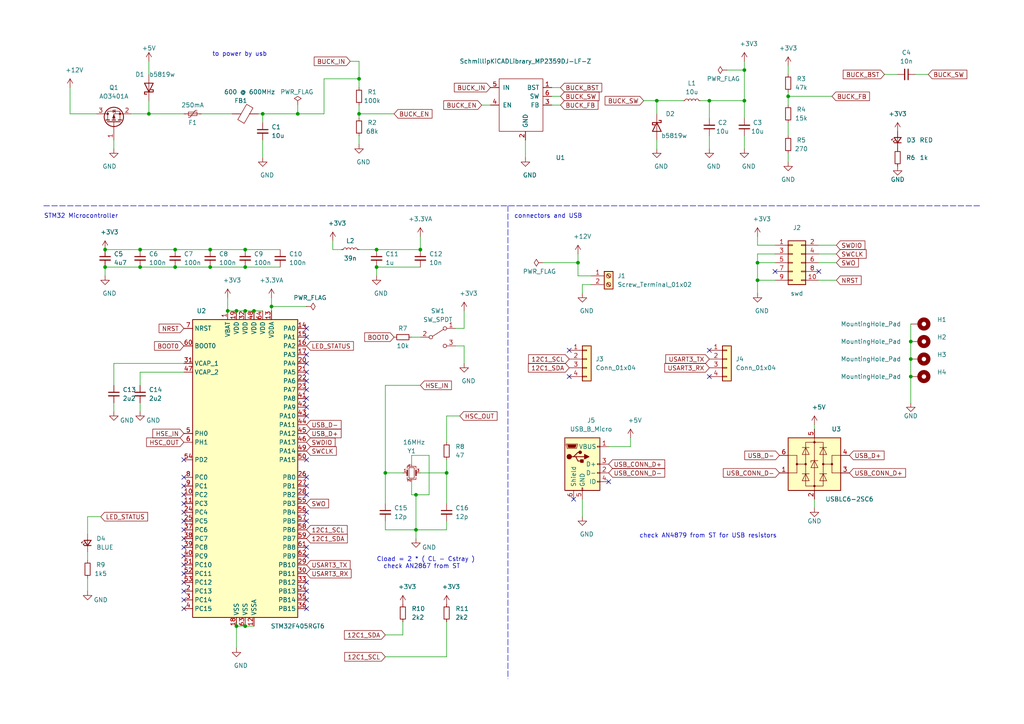
<source format=kicad_sch>
(kicad_sch (version 20201015) (generator eeschema)
  (paper "A4")
  (title_block (title "STM32 Test Board ") (date "2020-12-08") (rev "v2.0") (company "nanosoft"))
  (lib_symbols
    (symbol "Connector:Screw_Terminal_01x02" (pin_names (offset 1.016) hide)
      (property "Reference" "J" (at 0 2.54 0))
      (property "Value" "Screw_Terminal_01x02" (at 0 -5.08 0))
      (symbol "Screw_Terminal_01x02_1_1"
        (pin passive line (at -5.08 0 0) (length 3.81) (name "Pin_1") (number "1"))
        (pin passive line (at -5.08 -2.54 0) (length 3.81) (name "Pin_2") (number "2"))
      )
    )
    (symbol "Connector:USB_B_Micro" (pin_names (offset 1.016))
      (property "Reference" "J" (at -5.08 11.43 0))
      (property "Value" "USB_B_Micro" (at -5.08 8.89 0))
      (symbol "USB_B_Micro_1_1"
        (pin power_out line (at 7.62 5.08 180) (length 2.54) (name "VBUS") (number "1"))
        (pin bidirectional line (at 7.62 -2.54 180) (length 2.54) (name "D-") (number "2"))
        (pin bidirectional line (at 7.62 0 180) (length 2.54) (name "D+") (number "3"))
        (pin passive line (at 7.62 -5.08 180) (length 2.54) (name "ID") (number "4"))
        (pin power_out line (at 0 -10.16 90) (length 2.54) (name "GND") (number "5"))
        (pin passive line (at -2.54 -10.16 90) (length 2.54) (name "Shield") (number "6"))
      )
    )
    (symbol "Connector_Generic:Conn_01x04" (pin_names (offset 1.016) hide)
      (property "Reference" "J" (at 0 5.08 0))
      (property "Value" "Conn_01x04" (at 0 -7.62 0))
      (symbol "Conn_01x04_1_1"
        (pin passive line (at -5.08 2.54 0) (length 3.81) (name "Pin_1") (number "1"))
        (pin passive line (at -5.08 0 0) (length 3.81) (name "Pin_2") (number "2"))
        (pin passive line (at -5.08 -2.54 0) (length 3.81) (name "Pin_3") (number "3"))
        (pin passive line (at -5.08 -5.08 0) (length 3.81) (name "Pin_4") (number "4"))
      )
    )
    (symbol "Connector_Generic:Conn_02x05_Odd_Even" (pin_names (offset 1.016) hide)
      (property "Reference" "J" (at 1.27 7.62 0))
      (property "Value" "Conn_02x05_Odd_Even" (at 1.27 -7.62 0))
      (symbol "Conn_02x05_Odd_Even_1_1"
        (pin passive line (at -5.08 5.08 0) (length 3.81) (name "Pin_1") (number "1"))
        (pin passive line (at 7.62 -5.08 180) (length 3.81) (name "Pin_10") (number "10"))
        (pin passive line (at 7.62 5.08 180) (length 3.81) (name "Pin_2") (number "2"))
        (pin passive line (at -5.08 2.54 0) (length 3.81) (name "Pin_3") (number "3"))
        (pin passive line (at 7.62 2.54 180) (length 3.81) (name "Pin_4") (number "4"))
        (pin passive line (at -5.08 0 0) (length 3.81) (name "Pin_5") (number "5"))
        (pin passive line (at 7.62 0 180) (length 3.81) (name "Pin_6") (number "6"))
        (pin passive line (at -5.08 -2.54 0) (length 3.81) (name "Pin_7") (number "7"))
        (pin passive line (at 7.62 -2.54 180) (length 3.81) (name "Pin_8") (number "8"))
        (pin passive line (at -5.08 -5.08 0) (length 3.81) (name "Pin_9") (number "9"))
      )
    )
    (symbol "Device:C_Small" (pin_numbers hide) (pin_names (offset 0.254) hide)
      (property "Reference" "C" (at 0.254 1.778 0))
      (property "Value" "C_Small" (at 0.254 -2.032 0))
      (symbol "C_Small_1_1"
        (pin passive line (at 0 2.54 270) (length 2.032) (name "~") (number "1"))
        (pin passive line (at 0 -2.54 90) (length 2.032) (name "~") (number "2"))
      )
    )
    (symbol "Device:Crystal_GND24_Small" (pin_names (offset 1.016) hide)
      (property "Reference" "Y" (at 1.27 4.445 0))
      (property "Value" "Crystal_GND24_Small" (at 1.27 2.54 0))
      (symbol "Crystal_GND24_Small_1_1"
        (pin passive line (at -2.54 0 0) (length 1.27) (name "1") (number "1"))
        (pin passive line (at 0 -2.54 90) (length 0.635) (name "2") (number "2"))
        (pin passive line (at 2.54 0 180) (length 1.27) (name "3") (number "3"))
        (pin passive line (at 0 2.54 270) (length 0.635) (name "4") (number "4"))
      )
    )
    (symbol "Device:D_Schottky" (pin_numbers hide) (pin_names (offset 1.016) hide)
      (property "Reference" "D" (at 0 2.54 0))
      (property "Value" "D_Schottky" (at 0 -2.54 0))
      (symbol "D_Schottky_1_1"
        (pin passive line (at -3.81 0 0) (length 2.54) (name "K") (number "1"))
        (pin passive line (at 3.81 0 180) (length 2.54) (name "A") (number "2"))
      )
    )
    (symbol "Device:FerriteBead" (pin_numbers hide) (pin_names (offset 0))
      (property "Reference" "FB" (at -3.81 0.635 90))
      (property "Value" "FerriteBead" (at 3.81 0 90))
      (symbol "FerriteBead_1_1"
        (pin passive line (at 0 3.81 270) (length 2.54) (name "~") (number "1"))
        (pin passive line (at 0 -3.81 90) (length 2.54) (name "~") (number "2"))
      )
    )
    (symbol "Device:LED_Small" (pin_numbers hide) (pin_names (offset 0.254) hide)
      (property "Reference" "D" (at -1.27 3.175 0))
      (property "Value" "LED_Small" (at -4.445 -2.54 0))
      (symbol "LED_Small_1_1"
        (pin passive line (at -2.54 0 0) (length 1.778) (name "K") (number "1"))
        (pin passive line (at 2.54 0 180) (length 1.778) (name "A") (number "2"))
      )
    )
    (symbol "Device:L_Small" (pin_numbers hide) (pin_names (offset 0.254) hide)
      (property "Reference" "L" (at 0.762 1.016 0))
      (property "Value" "L_Small" (at 0.762 -1.016 0))
      (symbol "L_Small_1_1"
        (pin passive line (at 0 2.54 270) (length 0.508) (name "~") (number "1"))
        (pin passive line (at 0 -2.54 90) (length 0.508) (name "~") (number "2"))
      )
    )
    (symbol "Device:Polyfuse_Small" (pin_numbers hide) (pin_names (offset 0))
      (property "Reference" "F" (at -1.905 0 90))
      (property "Value" "Polyfuse_Small" (at 1.905 0 90))
      (symbol "Polyfuse_Small_1_1"
        (pin passive line (at 0 2.54 270) (length 0.635) (name "~") (number "1"))
        (pin passive line (at 0 -2.54 90) (length 0.635) (name "~") (number "2"))
      )
    )
    (symbol "Device:R_Small" (pin_numbers hide) (pin_names (offset 0.254) hide)
      (property "Reference" "R" (at 0.762 0.508 0))
      (property "Value" "R_Small" (at 0.762 -1.016 0))
      (symbol "R_Small_1_1"
        (pin passive line (at 0 2.54 270) (length 0.762) (name "~") (number "1"))
        (pin passive line (at 0 -2.54 90) (length 0.762) (name "~") (number "2"))
      )
    )
    (symbol "MCU_ST_STM32F4:STM32F405RGTx"
      (property "Reference" "U" (at -15.24 44.45 0))
      (property "Value" "STM32F405RGTx" (at 10.16 44.45 0))
      (symbol "STM32F405RGTx_1_1"
        (pin input line (at -17.78 35.56 0) (length 2.54) (name "BOOT0") (number "60"))
        (pin input line (at -17.78 40.64 0) (length 2.54) (name "NRST") (number "7"))
        (pin bidirectional line (at 17.78 40.64 180) (length 2.54) (name "PA0") (number "14"))
        (pin bidirectional line (at 17.78 38.1 180) (length 2.54) (name "PA1") (number "15"))
        (pin bidirectional line (at 17.78 15.24 180) (length 2.54) (name "PA10") (number "43"))
        (pin bidirectional line (at 17.78 12.7 180) (length 2.54) (name "PA11") (number "44"))
        (pin bidirectional line (at 17.78 10.16 180) (length 2.54) (name "PA12") (number "45"))
        (pin bidirectional line (at 17.78 7.62 180) (length 2.54) (name "PA13") (number "46"))
        (pin bidirectional line (at 17.78 5.08 180) (length 2.54) (name "PA14") (number "49"))
        (pin bidirectional line (at 17.78 2.54 180) (length 2.54) (name "PA15") (number "50"))
        (pin bidirectional line (at 17.78 35.56 180) (length 2.54) (name "PA2") (number "16"))
        (pin bidirectional line (at 17.78 33.02 180) (length 2.54) (name "PA3") (number "17"))
        (pin bidirectional line (at 17.78 30.48 180) (length 2.54) (name "PA4") (number "20"))
        (pin bidirectional line (at 17.78 27.94 180) (length 2.54) (name "PA5") (number "21"))
        (pin bidirectional line (at 17.78 25.4 180) (length 2.54) (name "PA6") (number "22"))
        (pin bidirectional line (at 17.78 22.86 180) (length 2.54) (name "PA7") (number "23"))
        (pin bidirectional line (at 17.78 20.32 180) (length 2.54) (name "PA8") (number "41"))
        (pin bidirectional line (at 17.78 17.78 180) (length 2.54) (name "PA9") (number "42"))
        (pin bidirectional line (at 17.78 -2.54 180) (length 2.54) (name "PB0") (number "26"))
        (pin bidirectional line (at 17.78 -5.08 180) (length 2.54) (name "PB1") (number "27"))
        (pin bidirectional line (at 17.78 -27.94 180) (length 2.54) (name "PB10") (number "29"))
        (pin bidirectional line (at 17.78 -30.48 180) (length 2.54) (name "PB11") (number "30"))
        (pin bidirectional line (at 17.78 -33.02 180) (length 2.54) (name "PB12") (number "33"))
        (pin bidirectional line (at 17.78 -35.56 180) (length 2.54) (name "PB13") (number "34"))
        (pin bidirectional line (at 17.78 -38.1 180) (length 2.54) (name "PB14") (number "35"))
        (pin bidirectional line (at 17.78 -40.64 180) (length 2.54) (name "PB15") (number "36"))
        (pin bidirectional line (at 17.78 -7.62 180) (length 2.54) (name "PB2") (number "28"))
        (pin bidirectional line (at 17.78 -10.16 180) (length 2.54) (name "PB3") (number "55"))
        (pin bidirectional line (at 17.78 -12.7 180) (length 2.54) (name "PB4") (number "56"))
        (pin bidirectional line (at 17.78 -15.24 180) (length 2.54) (name "PB5") (number "57"))
        (pin bidirectional line (at 17.78 -17.78 180) (length 2.54) (name "PB6") (number "58"))
        (pin bidirectional line (at 17.78 -20.32 180) (length 2.54) (name "PB7") (number "59"))
        (pin bidirectional line (at 17.78 -22.86 180) (length 2.54) (name "PB8") (number "61"))
        (pin bidirectional line (at 17.78 -25.4 180) (length 2.54) (name "PB9") (number "62"))
        (pin bidirectional line (at -17.78 -2.54 0) (length 2.54) (name "PC0") (number "8"))
        (pin bidirectional line (at -17.78 -5.08 0) (length 2.54) (name "PC1") (number "9"))
        (pin bidirectional line (at -17.78 -27.94 0) (length 2.54) (name "PC10") (number "51"))
        (pin bidirectional line (at -17.78 -30.48 0) (length 2.54) (name "PC11") (number "52"))
        (pin bidirectional line (at -17.78 -33.02 0) (length 2.54) (name "PC12") (number "53"))
        (pin bidirectional line (at -17.78 -35.56 0) (length 2.54) (name "PC13") (number "2"))
        (pin bidirectional line (at -17.78 -38.1 0) (length 2.54) (name "PC14") (number "3"))
        (pin bidirectional line (at -17.78 -40.64 0) (length 2.54) (name "PC15") (number "4"))
        (pin bidirectional line (at -17.78 -7.62 0) (length 2.54) (name "PC2") (number "10"))
        (pin bidirectional line (at -17.78 -10.16 0) (length 2.54) (name "PC3") (number "11"))
        (pin bidirectional line (at -17.78 -12.7 0) (length 2.54) (name "PC4") (number "24"))
        (pin bidirectional line (at -17.78 -15.24 0) (length 2.54) (name "PC5") (number "25"))
        (pin bidirectional line (at -17.78 -17.78 0) (length 2.54) (name "PC6") (number "37"))
        (pin bidirectional line (at -17.78 -20.32 0) (length 2.54) (name "PC7") (number "38"))
        (pin bidirectional line (at -17.78 -22.86 0) (length 2.54) (name "PC8") (number "39"))
        (pin bidirectional line (at -17.78 -25.4 0) (length 2.54) (name "PC9") (number "40"))
        (pin bidirectional line (at -17.78 2.54 0) (length 2.54) (name "PD2") (number "54"))
        (pin input line (at -17.78 10.16 0) (length 2.54) (name "PH0") (number "5"))
        (pin input line (at -17.78 7.62 0) (length 2.54) (name "PH1") (number "6"))
        (pin power_in line (at -5.08 45.72 270) (length 2.54) (name "VBAT") (number "1"))
        (pin power_in line (at -17.78 30.48 0) (length 2.54) (name "VCAP_1") (number "31"))
        (pin power_in line (at -17.78 27.94 0) (length 2.54) (name "VCAP_2") (number "47"))
        (pin power_in line (at -2.54 45.72 270) (length 2.54) (name "VDD") (number "19"))
        (pin power_in line (at 0 45.72 270) (length 2.54) (name "VDD") (number "32"))
        (pin power_in line (at 2.54 45.72 270) (length 2.54) (name "VDD") (number "48"))
        (pin power_in line (at 5.08 45.72 270) (length 2.54) (name "VDD") (number "64"))
        (pin power_in line (at 7.62 45.72 270) (length 2.54) (name "VDDA") (number "13"))
        (pin power_in line (at -2.54 -45.72 90) (length 2.54) (name "VSS") (number "18"))
        (pin power_in line (at 0 -45.72 90) (length 2.54) (name "VSS") (number "63"))
        (pin power_in line (at 2.54 -45.72 90) (length 2.54) (name "VSSA") (number "12"))
      )
    )
    (symbol "Mechanical:MountingHole_Pad" (pin_numbers hide) (pin_names (offset 1.016) hide)
      (property "Reference" "H" (at 0 6.35 0))
      (property "Value" "MountingHole_Pad" (at 0 4.445 0))
      (symbol "MountingHole_Pad_1_1"
        (pin input line (at 0 -2.54 90) (length 2.54) (name "1") (number "1"))
      )
    )
    (symbol "Power_Protection:USBLC6-2SC6" (pin_names hide)
      (property "Reference" "U" (at 2.54 8.89 0))
      (property "Value" "USBLC6-2SC6" (at 2.54 -8.89 0))
      (symbol "USBLC6-2SC6_1_1"
        (pin passive line (at -10.16 -2.54 0) (length 2.54) (name "I/O1") (number "1"))
        (pin passive line (at 0 -10.16 90) (length 2.54) (name "GND") (number "2"))
        (pin passive line (at 10.16 -2.54 180) (length 2.54) (name "I/O2") (number "3"))
        (pin passive line (at 10.16 2.54 180) (length 2.54) (name "I/O2") (number "4"))
        (pin passive line (at 0 10.16 270) (length 2.54) (name "VBUS") (number "5"))
        (pin passive line (at -10.16 2.54 0) (length 2.54) (name "I/O1") (number "6"))
      )
    )
    (symbol "STM32F4_REV2-cache:SchmillipKiCADLibrary_MP2359DJ-LF-Z" (pin_names (offset 1.016))
      (property "Reference" "U" (at -10.16 -5.08 0))
      (property "Value" "MP2359DJ-LF-Z" (at -2.54 15.24 0))
      (symbol "SchmillipKiCADLibrary_MP2359DJ-LF-Z_1_1"
        (pin input line (at 5.08 10.16 180) (length 2.54) (name "BST") (number "1"))
        (pin power_in line (at -2.54 -5.08 90) (length 2.54) (name "GND") (number "2"))
        (pin input line (at 5.08 5.08 180) (length 2.54) (name "FB") (number "3"))
        (pin input line (at -12.7 5.08 0) (length 2.54) (name "EN") (number "4"))
        (pin power_in line (at -12.7 10.16 0) (length 2.54) (name "IN") (number "5"))
        (pin power_out line (at 5.08 7.62 180) (length 2.54) (name "SW") (number "6"))
      )
    )
    (symbol "Switch:SW_SPDT" (pin_names (offset 0) hide)
      (property "Reference" "SW" (at 0 4.318 0))
      (property "Value" "SW_SPDT" (at 0 -5.08 0))
      (symbol "SW_SPDT_1_1"
        (pin passive line (at 5.08 2.54 180) (length 2.54) (name "A") (number "1"))
        (pin passive line (at -5.08 0 0) (length 2.54) (name "B") (number "2"))
        (pin passive line (at 5.08 -2.54 180) (length 2.54) (name "C") (number "3"))
      )
    )
    (symbol "Transistor_FET:AO3401A" (pin_names hide)
      (property "Reference" "Q" (at 5.08 1.905 0))
      (property "Value" "AO3401A" (at 5.08 0 0))
      (symbol "AO3401A_1_1"
        (pin input line (at -5.08 0 0) (length 2.54) (name "G") (number "1"))
        (pin passive line (at 2.54 -5.08 90) (length 2.54) (name "S") (number "2"))
        (pin passive line (at 2.54 5.08 270) (length 2.54) (name "D") (number "3"))
      )
    )
    (symbol "power:+12V" (power) (pin_names (offset 0))
      (property "Value" "+12V" (at 0 3.556 0))
      (symbol "+12V_1_1"
        (pin power_in line (at 0 0 90) (length 0) hide (name "+12V") (number "1"))
      )
    )
    (symbol "power:+3.3V" (power) (pin_names (offset 0))
      (property "Value" "+3.3V" (at 0 3.556 0))
      (symbol "+3.3V_1_1"
        (pin power_in line (at 0 0 90) (length 0) hide (name "+3V3") (number "1"))
      )
    )
    (symbol "power:+3.3VA" (power) (pin_names (offset 0))
      (property "Value" "+3.3VA" (at 0 3.556 0))
      (symbol "+3.3VA_1_1"
        (pin power_in line (at 0 0 90) (length 0) hide (name "+3.3VA") (number "1"))
      )
    )
    (symbol "power:+5V" (power) (pin_names (offset 0))
      (property "Value" "+5V" (at 0 3.556 0))
      (symbol "+5V_1_1"
        (pin power_in line (at 0 0 90) (length 0) hide (name "+5V") (number "1"))
      )
    )
    (symbol "power:GND" (power) (pin_names (offset 0))
      (property "Value" "GND" (at 0 -3.81 0))
      (symbol "GND_1_1"
        (pin power_in line (at 0 0 270) (length 0) hide (name "GND") (number "1"))
      )
    )
    (symbol "power:PWR_FLAG" (power) (pin_numbers hide) (pin_names (offset 0) hide)
      (property "Value" "PWR_FLAG" (at 0 3.81 0))
      (symbol "PWR_FLAG_0_0"
        (pin power_out line (at 0 0 90) (length 0) (name "pwr") (number "1"))
      )
    )
  )
  (junction (at 30.48 72.39) (diameter 0.9144))
  (junction (at 30.48 77.47) (diameter 0.9144))
  (junction (at 40.64 72.39) (diameter 0.9144))
  (junction (at 40.64 77.47) (diameter 0.9144))
  (junction (at 43.18 33.02) (diameter 0.9144))
  (junction (at 50.8 72.39) (diameter 0.9144))
  (junction (at 50.8 77.47) (diameter 0.9144))
  (junction (at 60.96 72.39) (diameter 0.9144))
  (junction (at 60.96 77.47) (diameter 0.9144))
  (junction (at 66.04 90.17) (diameter 0.9144))
  (junction (at 68.58 90.17) (diameter 0.9144))
  (junction (at 68.58 181.61) (diameter 0.9144))
  (junction (at 71.12 72.39) (diameter 0.9144))
  (junction (at 71.12 77.47) (diameter 0.9144))
  (junction (at 71.12 90.17) (diameter 0.9144))
  (junction (at 71.12 181.61) (diameter 0.9144))
  (junction (at 73.66 90.17) (diameter 0.9144))
  (junction (at 76.2 33.02) (diameter 0.9144))
  (junction (at 78.74 88.9) (diameter 0.9144))
  (junction (at 86.36 33.02) (diameter 0.9144))
  (junction (at 104.14 22.86) (diameter 0.9144))
  (junction (at 104.14 33.02) (diameter 0.9144))
  (junction (at 109.22 72.39) (diameter 0.9144))
  (junction (at 109.22 77.47) (diameter 0.9144))
  (junction (at 111.76 137.16) (diameter 0.9144))
  (junction (at 120.65 143.51) (diameter 0.9144))
  (junction (at 120.65 153.67) (diameter 0.9144))
  (junction (at 121.92 72.39) (diameter 0.9144))
  (junction (at 129.54 137.16) (diameter 0.9144))
  (junction (at 167.64 76.2) (diameter 0.9144))
  (junction (at 190.5 29.21) (diameter 0.9144))
  (junction (at 205.74 29.21) (diameter 0.9144))
  (junction (at 215.9 20.32) (diameter 0.9144))
  (junction (at 215.9 29.21) (diameter 0.9144))
  (junction (at 219.71 76.2) (diameter 0.9144))
  (junction (at 219.71 81.28) (diameter 0.9144))
  (junction (at 228.6 27.94) (diameter 0.9144))
  (junction (at 264.16 99.06) (diameter 0.9144))
  (junction (at 264.16 104.14) (diameter 0.9144))
  (junction (at 264.16 109.22) (diameter 0.9144))
  (no_connect (at 53.34 171.45))
  (no_connect (at 88.9 151.13))
  (no_connect (at 88.9 173.99))
  (no_connect (at 88.9 115.57))
  (no_connect (at 88.9 105.41))
  (no_connect (at 88.9 102.87))
  (no_connect (at 88.9 143.51))
  (no_connect (at 53.34 133.35))
  (no_connect (at 53.34 173.99))
  (no_connect (at 88.9 140.97))
  (no_connect (at 53.34 166.37))
  (no_connect (at 88.9 107.95))
  (no_connect (at 88.9 97.79))
  (no_connect (at 205.74 109.22))
  (no_connect (at 53.34 148.59))
  (no_connect (at 165.1 101.6))
  (no_connect (at 88.9 161.29))
  (no_connect (at 88.9 171.45))
  (no_connect (at 237.49 78.74))
  (no_connect (at 88.9 113.03))
  (no_connect (at 53.34 138.43))
  (no_connect (at 88.9 118.11))
  (no_connect (at 165.1 109.22))
  (no_connect (at 224.79 78.74))
  (no_connect (at 53.34 143.51))
  (no_connect (at 53.34 153.67))
  (no_connect (at 53.34 140.97))
  (no_connect (at 88.9 120.65))
  (no_connect (at 88.9 133.35))
  (no_connect (at 53.34 161.29))
  (no_connect (at 53.34 146.05))
  (no_connect (at 53.34 168.91))
  (no_connect (at 53.34 176.53))
  (no_connect (at 88.9 110.49))
  (no_connect (at 88.9 95.25))
  (no_connect (at 88.9 138.43))
  (no_connect (at 53.34 163.83))
  (no_connect (at 166.37 144.78))
  (no_connect (at 176.53 139.7))
  (no_connect (at 205.74 101.6))
  (no_connect (at 53.34 156.21))
  (no_connect (at 53.34 158.75))
  (no_connect (at 88.9 148.59))
  (no_connect (at 88.9 158.75))
  (no_connect (at 53.34 151.13))
  (no_connect (at 88.9 168.91))
  (no_connect (at 88.9 176.53))
  (wire (pts (xy 20.32 25.4) (xy 20.32 33.02)))
  (wire (pts (xy 20.32 33.02) (xy 27.94 33.02)))
  (wire (pts (xy 25.4 149.86) (xy 25.4 154.94)))
  (wire (pts (xy 25.4 160.02) (xy 25.4 162.56)))
  (wire (pts (xy 25.4 167.64) (xy 25.4 171.45)))
  (wire (pts (xy 29.21 149.86) (xy 25.4 149.86)))
  (wire (pts (xy 30.48 72.39) (xy 40.64 72.39)))
  (wire (pts (xy 30.48 77.47) (xy 30.48 80.01)))
  (wire (pts (xy 30.48 77.47) (xy 40.64 77.47)))
  (wire (pts (xy 33.02 40.64) (xy 33.02 43.18)))
  (wire (pts (xy 33.02 105.41) (xy 53.34 105.41)))
  (wire (pts (xy 33.02 111.76) (xy 33.02 105.41)))
  (wire (pts (xy 33.02 116.84) (xy 33.02 119.38)))
  (wire (pts (xy 38.1 33.02) (xy 43.18 33.02)))
  (wire (pts (xy 40.64 72.39) (xy 50.8 72.39)))
  (wire (pts (xy 40.64 77.47) (xy 50.8 77.47)))
  (wire (pts (xy 40.64 107.95) (xy 53.34 107.95)))
  (wire (pts (xy 40.64 111.76) (xy 40.64 107.95)))
  (wire (pts (xy 40.64 116.84) (xy 40.64 119.38)))
  (wire (pts (xy 43.18 17.78) (xy 43.18 21.59)))
  (wire (pts (xy 43.18 33.02) (xy 43.18 29.21)))
  (wire (pts (xy 43.18 33.02) (xy 53.34 33.02)))
  (wire (pts (xy 50.8 72.39) (xy 60.96 72.39)))
  (wire (pts (xy 50.8 77.47) (xy 60.96 77.47)))
  (wire (pts (xy 58.42 33.02) (xy 67.31 33.02)))
  (wire (pts (xy 60.96 72.39) (xy 71.12 72.39)))
  (wire (pts (xy 60.96 77.47) (xy 71.12 77.47)))
  (wire (pts (xy 66.04 86.36) (xy 66.04 90.17)))
  (wire (pts (xy 66.04 90.17) (xy 68.58 90.17)))
  (wire (pts (xy 68.58 90.17) (xy 71.12 90.17)))
  (wire (pts (xy 68.58 180.34) (xy 68.58 181.61)))
  (wire (pts (xy 68.58 181.61) (xy 68.58 187.96)))
  (wire (pts (xy 68.58 181.61) (xy 71.12 181.61)))
  (wire (pts (xy 71.12 72.39) (xy 81.28 72.39)))
  (wire (pts (xy 71.12 77.47) (xy 81.28 77.47)))
  (wire (pts (xy 71.12 90.17) (xy 73.66 90.17)))
  (wire (pts (xy 71.12 181.61) (xy 73.66 181.61)))
  (wire (pts (xy 73.66 90.17) (xy 76.2 90.17)))
  (wire (pts (xy 76.2 33.02) (xy 74.93 33.02)))
  (wire (pts (xy 76.2 33.02) (xy 86.36 33.02)))
  (wire (pts (xy 76.2 35.56) (xy 76.2 33.02)))
  (wire (pts (xy 76.2 40.64) (xy 76.2 45.72)))
  (wire (pts (xy 78.74 86.36) (xy 78.74 88.9)))
  (wire (pts (xy 78.74 88.9) (xy 78.74 90.17)))
  (wire (pts (xy 86.36 30.48) (xy 86.36 33.02)))
  (wire (pts (xy 86.36 33.02) (xy 93.98 33.02)))
  (wire (pts (xy 88.9 88.9) (xy 78.74 88.9)))
  (wire (pts (xy 93.98 22.86) (xy 104.14 22.86)))
  (wire (pts (xy 93.98 33.02) (xy 93.98 22.86)))
  (wire (pts (xy 96.52 69.85) (xy 96.52 72.39)))
  (wire (pts (xy 96.52 72.39) (xy 99.06 72.39)))
  (wire (pts (xy 101.6 17.78) (xy 104.14 17.78)))
  (wire (pts (xy 104.14 17.78) (xy 104.14 22.86)))
  (wire (pts (xy 104.14 22.86) (xy 104.14 25.4)))
  (wire (pts (xy 104.14 30.48) (xy 104.14 33.02)))
  (wire (pts (xy 104.14 33.02) (xy 104.14 34.29)))
  (wire (pts (xy 104.14 33.02) (xy 114.3 33.02)))
  (wire (pts (xy 104.14 39.37) (xy 104.14 41.91)))
  (wire (pts (xy 104.14 72.39) (xy 109.22 72.39)))
  (wire (pts (xy 109.22 72.39) (xy 121.92 72.39)))
  (wire (pts (xy 109.22 77.47) (xy 109.22 80.01)))
  (wire (pts (xy 109.22 77.47) (xy 121.92 77.47)))
  (wire (pts (xy 111.76 111.76) (xy 111.76 137.16)))
  (wire (pts (xy 111.76 111.76) (xy 121.92 111.76)))
  (wire (pts (xy 111.76 137.16) (xy 111.76 146.05)))
  (wire (pts (xy 111.76 137.16) (xy 116.84 137.16)))
  (wire (pts (xy 111.76 151.13) (xy 111.76 153.67)))
  (wire (pts (xy 111.76 153.67) (xy 120.65 153.67)))
  (wire (pts (xy 111.76 184.15) (xy 116.84 184.15)))
  (wire (pts (xy 111.76 190.5) (xy 129.54 190.5)))
  (wire (pts (xy 116.84 184.15) (xy 116.84 180.34)))
  (wire (pts (xy 119.38 97.79) (xy 121.92 97.79)))
  (wire (pts (xy 119.38 132.08) (xy 124.46 132.08)))
  (wire (pts (xy 119.38 134.62) (xy 119.38 132.08)))
  (wire (pts (xy 119.38 139.7) (xy 119.38 143.51)))
  (wire (pts (xy 119.38 143.51) (xy 120.65 143.51)))
  (wire (pts (xy 120.65 143.51) (xy 120.65 153.67)))
  (wire (pts (xy 120.65 153.67) (xy 120.65 156.21)))
  (wire (pts (xy 120.65 153.67) (xy 129.54 153.67)))
  (wire (pts (xy 121.92 68.58) (xy 121.92 72.39)))
  (wire (pts (xy 121.92 137.16) (xy 129.54 137.16)))
  (wire (pts (xy 124.46 132.08) (xy 124.46 143.51)))
  (wire (pts (xy 124.46 143.51) (xy 120.65 143.51)))
  (wire (pts (xy 129.54 120.65) (xy 129.54 128.27)))
  (wire (pts (xy 129.54 137.16) (xy 129.54 133.35)))
  (wire (pts (xy 129.54 137.16) (xy 129.54 146.05)))
  (wire (pts (xy 129.54 153.67) (xy 129.54 151.13)))
  (wire (pts (xy 129.54 190.5) (xy 129.54 180.34)))
  (wire (pts (xy 132.08 95.25) (xy 134.62 95.25)))
  (wire (pts (xy 132.08 100.33) (xy 134.62 100.33)))
  (wire (pts (xy 133.35 120.65) (xy 129.54 120.65)))
  (wire (pts (xy 134.62 95.25) (xy 134.62 90.17)))
  (wire (pts (xy 134.62 100.33) (xy 134.62 105.41)))
  (wire (pts (xy 139.7 30.48) (xy 142.24 30.48)))
  (wire (pts (xy 152.4 40.64) (xy 152.4 45.72)))
  (wire (pts (xy 157.48 76.2) (xy 167.64 76.2)))
  (wire (pts (xy 160.02 25.4) (xy 162.56 25.4)))
  (wire (pts (xy 160.02 27.94) (xy 162.56 27.94)))
  (wire (pts (xy 160.02 30.48) (xy 162.56 30.48)))
  (wire (pts (xy 167.64 73.66) (xy 167.64 76.2)))
  (wire (pts (xy 167.64 76.2) (xy 167.64 80.01)))
  (wire (pts (xy 167.64 80.01) (xy 171.45 80.01)))
  (wire (pts (xy 168.91 82.55) (xy 168.91 85.09)))
  (wire (pts (xy 168.91 144.78) (xy 168.91 149.86)))
  (wire (pts (xy 171.45 82.55) (xy 168.91 82.55)))
  (wire (pts (xy 176.53 129.54) (xy 182.88 129.54)))
  (wire (pts (xy 182.88 129.54) (xy 182.88 127)))
  (wire (pts (xy 186.69 29.21) (xy 190.5 29.21)))
  (wire (pts (xy 190.5 29.21) (xy 190.5 33.02)))
  (wire (pts (xy 190.5 29.21) (xy 198.12 29.21)))
  (wire (pts (xy 190.5 40.64) (xy 190.5 43.18)))
  (wire (pts (xy 203.2 29.21) (xy 205.74 29.21)))
  (wire (pts (xy 205.74 29.21) (xy 205.74 34.29)))
  (wire (pts (xy 205.74 29.21) (xy 215.9 29.21)))
  (wire (pts (xy 205.74 39.37) (xy 205.74 43.18)))
  (wire (pts (xy 210.82 20.32) (xy 215.9 20.32)))
  (wire (pts (xy 215.9 17.78) (xy 215.9 20.32)))
  (wire (pts (xy 215.9 20.32) (xy 215.9 29.21)))
  (wire (pts (xy 215.9 29.21) (xy 215.9 34.29)))
  (wire (pts (xy 215.9 39.37) (xy 215.9 43.18)))
  (wire (pts (xy 219.71 68.58) (xy 219.71 71.12)))
  (wire (pts (xy 219.71 71.12) (xy 224.79 71.12)))
  (wire (pts (xy 219.71 73.66) (xy 219.71 76.2)))
  (wire (pts (xy 219.71 73.66) (xy 224.79 73.66)))
  (wire (pts (xy 219.71 76.2) (xy 219.71 81.28)))
  (wire (pts (xy 219.71 76.2) (xy 224.79 76.2)))
  (wire (pts (xy 219.71 81.28) (xy 219.71 85.09)))
  (wire (pts (xy 219.71 81.28) (xy 224.79 81.28)))
  (wire (pts (xy 228.6 19.05) (xy 228.6 21.59)))
  (wire (pts (xy 228.6 26.67) (xy 228.6 27.94)))
  (wire (pts (xy 228.6 27.94) (xy 228.6 30.48)))
  (wire (pts (xy 228.6 27.94) (xy 241.3 27.94)))
  (wire (pts (xy 228.6 35.56) (xy 228.6 39.37)))
  (wire (pts (xy 228.6 44.45) (xy 228.6 46.99)))
  (wire (pts (xy 236.22 123.19) (xy 236.22 124.46)))
  (wire (pts (xy 236.22 144.78) (xy 236.22 147.32)))
  (wire (pts (xy 237.49 71.12) (xy 242.57 71.12)))
  (wire (pts (xy 237.49 73.66) (xy 242.57 73.66)))
  (wire (pts (xy 237.49 76.2) (xy 242.57 76.2)))
  (wire (pts (xy 237.49 81.28) (xy 242.57 81.28)))
  (wire (pts (xy 256.54 21.59) (xy 260.35 21.59)))
  (wire (pts (xy 264.16 93.98) (xy 264.16 99.06)))
  (wire (pts (xy 264.16 99.06) (xy 264.16 104.14)))
  (wire (pts (xy 264.16 104.14) (xy 264.16 109.22)))
  (wire (pts (xy 264.16 109.22) (xy 264.16 116.84)))
  (wire (pts (xy 265.43 21.59) (xy 269.24 21.59)))
  (polyline (pts (xy 12.7 59.69) (xy 149.86 59.69)) (stroke (width 0) (type dash)))
  (polyline (pts (xy 147.32 59.69) (xy 147.32 196.85)) (stroke (width 0) (type dash)))
  (polyline (pts (xy 149.86 59.69) (xy 284.48 59.69)) (stroke (width 0) (type dash)))
  (text "STM32 Microcontroller" (at 34.29 63.5 180) (effects (font (size 1.27 1.27)) (justify right bottom)))
  (text "power regulation" (at 38.1 -7.62 180) (effects (font (size 1.27 1.27)) (justify right bottom)))
  (text "to power by usb" (at 77.47 16.51 180) (effects (font (size 1.27 1.27)) (justify right bottom)))
  (text "Cload = 2 * ( CL - Cstray )\n  check AN2867 from ST" (at 109.22 165.1 0) (effects (font (size 1.27 1.27)) (justify left bottom)))
  (text "connectors and USB" (at 168.91 63.5 180) (effects (font (size 1.27 1.27)) (justify right bottom)))
  (text "check AN4879 from ST for USB resistors" (at 185.42 156.21 0) (effects (font (size 1.27 1.27)) (justify left bottom)))
  (global_label "LED_STATUS" (shape input) (at 29.21 149.86 0) (property "Intersheet References" "${INTERSHEET_REFS}" (effects hide)))
  (global_label "NRST" (shape input) (at 53.34 95.25 180) (property "Intersheet References" "${INTERSHEET_REFS}" (effects hide)))
  (global_label "BOOT0" (shape input) (at 53.34 100.33 180) (property "Intersheet References" "${INTERSHEET_REFS}" (effects hide)))
  (global_label "HSE_IN" (shape input) (at 53.34 125.73 180) (property "Intersheet References" "${INTERSHEET_REFS}" (effects hide)))
  (global_label "HSC_OUT" (shape input) (at 53.34 128.27 180) (property "Intersheet References" "${INTERSHEET_REFS}" (effects hide)))
  (global_label "LED_STATUS" (shape input) (at 88.9 100.33 0) (property "Intersheet References" "${INTERSHEET_REFS}" (effects hide)))
  (global_label "USB_D-" (shape input) (at 88.9 123.19 0) (property "Intersheet References" "${INTERSHEET_REFS}" (effects hide)))
  (global_label "USB_D+" (shape input) (at 88.9 125.73 0) (property "Intersheet References" "${INTERSHEET_REFS}" (effects hide)))
  (global_label "SWDIO" (shape input) (at 88.9 128.27 0) (property "Intersheet References" "${INTERSHEET_REFS}" (effects hide)))
  (global_label "SWCLK" (shape input) (at 88.9 130.81 0) (property "Intersheet References" "${INTERSHEET_REFS}" (effects hide)))
  (global_label "SWO" (shape input) (at 88.9 146.05 0) (property "Intersheet References" "${INTERSHEET_REFS}" (effects hide)))
  (global_label "12C1_SCL" (shape input) (at 88.9 153.67 0) (property "Intersheet References" "${INTERSHEET_REFS}" (effects hide)))
  (global_label "12C1_SDA" (shape input) (at 88.9 156.21 0) (property "Intersheet References" "${INTERSHEET_REFS}" (effects hide)))
  (global_label "USART3_TX" (shape input) (at 88.9 163.83 0) (property "Intersheet References" "${INTERSHEET_REFS}" (effects hide)))
  (global_label "USART3_RX" (shape input) (at 88.9 166.37 0) (property "Intersheet References" "${INTERSHEET_REFS}" (effects hide)))
  (global_label "BUCK_IN" (shape input) (at 101.6 17.78 180) (property "Intersheet References" "${INTERSHEET_REFS}" (effects hide)))
  (global_label "12C1_SDA" (shape input) (at 111.76 184.15 180) (property "Intersheet References" "${INTERSHEET_REFS}" (effects hide)))
  (global_label "12C1_SCL" (shape input) (at 111.76 190.5 180) (property "Intersheet References" "${INTERSHEET_REFS}" (effects hide)))
  (global_label "BUCK_EN" (shape input) (at 114.3 33.02 0) (property "Intersheet References" "${INTERSHEET_REFS}" (effects hide)))
  (global_label "BOOT0" (shape input) (at 114.3 97.79 180) (property "Intersheet References" "${INTERSHEET_REFS}" (effects hide)))
  (global_label "HSE_IN" (shape input) (at 121.92 111.76 0) (property "Intersheet References" "${INTERSHEET_REFS}" (effects hide)))
  (global_label "HSC_OUT" (shape input) (at 133.35 120.65 0) (property "Intersheet References" "${INTERSHEET_REFS}" (effects hide)))
  (global_label "BUCK_EN" (shape input) (at 139.7 30.48 180) (property "Intersheet References" "${INTERSHEET_REFS}" (effects hide)))
  (global_label "BUCK_IN" (shape input) (at 142.24 25.4 180) (property "Intersheet References" "${INTERSHEET_REFS}" (effects hide)))
  (global_label "BUCK_BST" (shape input) (at 162.56 25.4 0) (property "Intersheet References" "${INTERSHEET_REFS}" (effects hide)))
  (global_label "BUCK_SW" (shape input) (at 162.56 27.94 0) (property "Intersheet References" "${INTERSHEET_REFS}" (effects hide)))
  (global_label "BUCK_FB" (shape input) (at 162.56 30.48 0) (property "Intersheet References" "${INTERSHEET_REFS}" (effects hide)))
  (global_label "12C1_SCL" (shape input) (at 165.1 104.14 180) (property "Intersheet References" "${INTERSHEET_REFS}" (effects hide)))
  (global_label "12C1_SDA" (shape input) (at 165.1 106.68 180) (property "Intersheet References" "${INTERSHEET_REFS}" (effects hide)))
  (global_label "USB_CONN_D+" (shape input) (at 176.53 134.62 0) (property "Intersheet References" "${INTERSHEET_REFS}" (effects hide)))
  (global_label "USB_CONN_D-" (shape input) (at 176.53 137.16 0) (property "Intersheet References" "${INTERSHEET_REFS}" (effects hide)))
  (global_label "BUCK_SW" (shape input) (at 186.69 29.21 180) (property "Intersheet References" "${INTERSHEET_REFS}" (effects hide)))
  (global_label "USART3_TX" (shape input) (at 205.74 104.14 180) (property "Intersheet References" "${INTERSHEET_REFS}" (effects hide)))
  (global_label "USART3_RX" (shape input) (at 205.74 106.68 180) (property "Intersheet References" "${INTERSHEET_REFS}" (effects hide)))
  (global_label "USB_D-" (shape input) (at 226.06 132.08 180) (property "Intersheet References" "${INTERSHEET_REFS}" (effects hide)))
  (global_label "USB_CONN_D-" (shape input) (at 226.06 137.16 180) (property "Intersheet References" "${INTERSHEET_REFS}" (effects hide)))
  (global_label "BUCK_FB" (shape input) (at 241.3 27.94 0) (property "Intersheet References" "${INTERSHEET_REFS}" (effects hide)))
  (global_label "SWDIO" (shape input) (at 242.57 71.12 0) (property "Intersheet References" "${INTERSHEET_REFS}" (effects hide)))
  (global_label "SWCLK" (shape input) (at 242.57 73.66 0) (property "Intersheet References" "${INTERSHEET_REFS}" (effects hide)))
  (global_label "SWO" (shape input) (at 242.57 76.2 0) (property "Intersheet References" "${INTERSHEET_REFS}" (effects hide)))
  (global_label "NRST" (shape input) (at 242.57 81.28 0) (property "Intersheet References" "${INTERSHEET_REFS}" (effects hide)))
  (global_label "USB_D+" (shape input) (at 246.38 132.08 0) (property "Intersheet References" "${INTERSHEET_REFS}" (effects hide)))
  (global_label "USB_CONN_D+" (shape input) (at 246.38 137.16 0) (property "Intersheet References" "${INTERSHEET_REFS}" (effects hide)))
  (global_label "BUCK_BST" (shape input) (at 256.54 21.59 180) (property "Intersheet References" "${INTERSHEET_REFS}" (effects hide)))
  (global_label "BUCK_SW" (shape input) (at 269.24 21.59 0) (property "Intersheet References" "${INTERSHEET_REFS}" (effects hide)))
  (symbol (lib_id "Device:L_Small") (at 101.6 72.39 90) (unit 1)
    (property "Reference" "L2" (at 101.6 69.85 90))
    (property "Value" "39n" (at 101.6 74.93 90))
    (property "Footprint" "Inductor_SMD:L_0402_1005Metric" (effects hide))
    (property "LCSC Part #" "C26443" (effects hide))
    (property "LCSC Part#" "C26443" (effects hide))
  )
  (symbol (lib_id "Device:L_Small") (at 200.66 29.21 90) (unit 1)
    (property "Reference" "L1" (at 200.66 24.13 90))
    (property "Value" "10u" (at 200.66 26.67 90))
    (property "Footprint" "Inductor_SMD:L_Sunlord_MWSA0518_5.4x5.2mm" (effects hide))
    (property "LCSC Part #" "C408412" (effects hide))
    (property "LCSC Part#" "C408412" (effects hide))
  )
  (symbol (lib_id "power:PWR_FLAG") (at 86.36 30.48 0) (unit 1)
    (property "Reference" "#FLG0102" (effects hide))
    (property "Value" "PWR_FLAG" (at 81.28 26.67 0) (effects (justify left)))
  )
  (symbol (lib_id "power:PWR_FLAG") (at 88.9 88.9 270) (unit 1)
    (property "Reference" "#FLG0101" (effects hide))
    (property "Value" "PWR_FLAG" (at 85.09 86.36 90) (effects (justify left)))
  )
  (symbol (lib_id "power:PWR_FLAG") (at 157.48 76.2 90) (unit 1)
    (property "Reference" "#FLG0104" (effects hide))
    (property "Value" "PWR_FLAG" (at 161.29 78.74 90) (effects (justify left)))
  )
  (symbol (lib_id "power:PWR_FLAG") (at 210.82 20.32 90) (unit 1)
    (property "Reference" "#FLG0103" (effects hide))
    (property "Value" "PWR_FLAG" (at 214.63 22.86 90) (effects (justify left)))
  )
  (symbol (lib_id "power:+12V") (at 20.32 25.4 0) (unit 1)
    (property "Reference" "#PWR0114" (effects hide))
    (property "Value" "+12V" (at 21.59 20.32 0))
  )
  (symbol (lib_id "power:+3.3V") (at 30.48 72.39 0) (unit 1)
    (property "Reference" "#PWR0107" (effects hide))
    (property "Value" "+3.3V" (at 31.75 67.31 0))
  )
  (symbol (lib_id "power:+5V") (at 43.18 17.78 0) (unit 1)
    (property "Reference" "#PWR0113" (effects hide))
    (property "Value" "+5V" (at 43.18 13.97 0))
  )
  (symbol (lib_id "power:+3.3V") (at 66.04 86.36 0) (unit 1)
    (property "Reference" "#PWR0105" (effects hide))
    (property "Value" "+3.3V" (at 67.31 81.28 0))
  )
  (symbol (lib_id "power:+3.3VA") (at 78.74 86.36 0) (unit 1)
    (property "Reference" "#PWR0104" (effects hide))
    (property "Value" "+3.3VA" (at 78.74 81.28 0))
  )
  (symbol (lib_id "power:+3.3V") (at 96.52 69.85 0) (unit 1)
    (property "Reference" "#PWR0133" (effects hide))
    (property "Value" "+3.3V" (at 97.79 64.77 0))
  )
  (symbol (lib_id "power:+3.3V") (at 116.84 175.26 0) (unit 1)
    (property "Reference" "#PWR0110" (effects hide))
    (property "Value" "+3.3V" (at 118.11 170.18 0))
  )
  (symbol (lib_id "power:+3.3VA") (at 121.92 68.58 0) (unit 1)
    (property "Reference" "#PWR0139" (effects hide))
    (property "Value" "+3.3VA" (at 121.92 63.5 0))
  )
  (symbol (lib_id "power:+3.3V") (at 129.54 175.26 0) (unit 1)
    (property "Reference" "#PWR0111" (effects hide))
    (property "Value" "+3.3V" (at 130.81 170.18 0))
  )
  (symbol (lib_id "power:+3.3V") (at 134.62 90.17 0) (unit 1)
    (property "Reference" "#PWR0135" (effects hide))
    (property "Value" "+3.3V" (at 135.89 85.09 0))
  )
  (symbol (lib_id "power:+12V") (at 167.64 73.66 0) (unit 1)
    (property "Reference" "#PWR0130" (effects hide))
    (property "Value" "+12V" (at 168.91 68.58 0))
  )
  (symbol (lib_id "power:+5V") (at 182.88 127 0) (unit 1)
    (property "Reference" "#PWR0117" (effects hide))
    (property "Value" "+5V" (at 184.15 121.92 0))
  )
  (symbol (lib_id "power:+3.3V") (at 215.9 17.78 0) (unit 1)
    (property "Reference" "#PWR0121" (effects hide))
    (property "Value" "+3.3V" (at 217.17 12.7 0))
  )
  (symbol (lib_id "power:+3.3V") (at 219.71 68.58 0) (unit 1)
    (property "Reference" "#PWR0122" (effects hide))
    (property "Value" "+3.3V" (at 220.98 63.5 0))
  )
  (symbol (lib_id "power:+3.3V") (at 228.6 19.05 0) (unit 1)
    (property "Reference" "#PWR0126" (effects hide))
    (property "Value" "+3.3V" (at 228.6 13.97 0))
  )
  (symbol (lib_id "power:+5V") (at 236.22 123.19 0) (unit 1)
    (property "Reference" "#PWR0118" (effects hide))
    (property "Value" "+5V" (at 237.49 118.11 0))
  )
  (symbol (lib_id "power:+3.3V") (at 260.35 38.1 0) (unit 1)
    (property "Reference" "#PWR0124" (effects hide))
    (property "Value" "+3.3V" (at 260.35 33.02 0))
  )
  (symbol (lib_id "power:GND") (at 25.4 171.45 0) (unit 1)
    (property "Reference" "#PWR0112" (effects hide))
    (property "Value" "GND" (at 29.21 173.99 0))
  )
  (symbol (lib_id "power:GND") (at 30.48 80.01 0) (unit 1)
    (property "Reference" "#PWR0106" (effects hide))
    (property "Value" "GND" (at 31.75 85.09 0))
  )
  (symbol (lib_id "power:GND") (at 33.02 43.18 0) (unit 1)
    (property "Reference" "#PWR0115" (effects hide))
    (property "Value" "GND" (at 31.75 48.26 0))
  )
  (symbol (lib_id "power:GND") (at 33.02 119.38 0) (unit 1)
    (property "Reference" "#PWR0102" (effects hide))
    (property "Value" "GND" (at 36.83 121.92 0))
  )
  (symbol (lib_id "power:GND") (at 40.64 119.38 0) (unit 1)
    (property "Reference" "#PWR0101" (effects hide))
    (property "Value" "GND" (at 44.45 121.92 0))
  )
  (symbol (lib_id "power:GND") (at 68.58 187.96 0) (unit 1)
    (property "Reference" "#PWR0103" (effects hide))
    (property "Value" "GND" (at 69.85 193.04 0))
  )
  (symbol (lib_id "power:GND") (at 76.2 45.72 0) (unit 1)
    (property "Reference" "#PWR0132" (effects hide))
    (property "Value" "GND" (at 77.47 50.8 0))
  )
  (symbol (lib_id "power:GND") (at 104.14 41.91 0) (unit 1)
    (property "Reference" "#PWR0131" (effects hide))
    (property "Value" "GND" (at 105.41 46.99 0))
  )
  (symbol (lib_id "power:GND") (at 109.22 80.01 0) (unit 1)
    (property "Reference" "#PWR0134" (effects hide))
    (property "Value" "GND" (at 110.49 85.09 0))
  )
  (symbol (lib_id "power:GND") (at 120.65 156.21 0) (unit 1)
    (property "Reference" "#PWR0109" (effects hide))
    (property "Value" "GND" (at 124.46 158.75 0))
  )
  (symbol (lib_id "power:GND") (at 134.62 105.41 0) (unit 1)
    (property "Reference" "#PWR0136" (effects hide))
    (property "Value" "GND" (at 135.89 110.49 0))
  )
  (symbol (lib_id "power:GND") (at 152.4 45.72 0) (unit 1)
    (property "Reference" "#PWR0129" (effects hide))
    (property "Value" "GND" (at 153.67 50.8 0))
  )
  (symbol (lib_id "power:GND") (at 168.91 85.09 0) (unit 1)
    (property "Reference" "#PWR0119" (effects hide))
    (property "Value" "GND" (at 170.18 90.17 0))
  )
  (symbol (lib_id "power:GND") (at 168.91 149.86 0) (unit 1)
    (property "Reference" "#PWR0108" (effects hide))
    (property "Value" "GND" (at 170.18 154.94 0))
  )
  (symbol (lib_id "power:GND") (at 190.5 43.18 0) (unit 1)
    (property "Reference" "#PWR0128" (effects hide))
    (property "Value" "GND" (at 191.77 48.26 0))
  )
  (symbol (lib_id "power:GND") (at 205.74 43.18 0) (unit 1)
    (property "Reference" "#PWR0127" (effects hide))
    (property "Value" "GND" (at 207.01 48.26 0))
  )
  (symbol (lib_id "power:GND") (at 215.9 43.18 0) (unit 1)
    (property "Reference" "#PWR0120" (effects hide))
    (property "Value" "GND" (at 217.17 48.26 0))
  )
  (symbol (lib_id "power:GND") (at 219.71 85.09 0) (unit 1)
    (property "Reference" "#PWR0116" (effects hide))
    (property "Value" "GND" (at 220.98 90.17 0))
  )
  (symbol (lib_id "power:GND") (at 228.6 46.99 0) (unit 1)
    (property "Reference" "#PWR0123" (effects hide))
    (property "Value" "GND" (at 228.6 52.07 0))
  )
  (symbol (lib_id "power:GND") (at 236.22 147.32 0) (unit 1)
    (property "Reference" "#PWR0137" (effects hide))
    (property "Value" "GND" (at 236.22 151.13 0))
  )
  (symbol (lib_id "power:GND") (at 260.35 48.26 0) (unit 1)
    (property "Reference" "#PWR0125" (effects hide))
    (property "Value" "GND" (at 260.35 52.07 0))
  )
  (symbol (lib_id "power:GND") (at 264.16 116.84 0) (unit 1)
    (property "Reference" "#PWR0138" (effects hide))
    (property "Value" "GND" (at 264.16 120.65 0))
  )
  (symbol (lib_id "Device:R_Small") (at 25.4 165.1 180) (unit 1)
    (property "Reference" "R9" (at 29.21 163.83 0))
    (property "Value" "1k5" (at 29.21 166.37 0))
    (property "Footprint" "Resistor_SMD:R_0603_1608Metric" (effects hide))
    (property "LCSC Part #" "C22843" (effects hide))
    (property "LCSC Part#" "C22843" (effects hide))
  )
  (symbol (lib_id "Device:R_Small") (at 104.14 27.94 0) (unit 1)
    (property "Reference" "R1" (at 107.95 26.67 0))
    (property "Value" "100k" (at 107.95 29.21 0))
    (property "Footprint" "Resistor_SMD:R_0603_1608Metric" (effects hide))
    (property "LCSC Part #" "C25803" (effects hide))
    (property "LCSC Part#" "C25803" (effects hide))
  )
  (symbol (lib_id "Device:R_Small") (at 104.14 36.83 0) (unit 1)
    (property "Reference" "R2" (at 107.95 35.56 0))
    (property "Value" "68k" (at 107.95 38.1 0))
    (property "Footprint" "Resistor_SMD:R_0603_1608Metric" (effects hide))
    (property "LCSC Part #" "C23231" (effects hide))
    (property "LCSC Part#" "C23231" (effects hide))
  )
  (symbol (lib_id "Device:R_Small") (at 116.84 97.79 270) (unit 1)
    (property "Reference" "R7" (at 116.84 95.25 90))
    (property "Value" "10k" (at 116.84 100.33 90))
    (property "Footprint" "Resistor_SMD:R_0402_1005Metric" (effects hide))
    (property "LCSC Part #" "C25744" (effects hide))
    (property "LCSC Part#" "C25744" (effects hide))
  )
  (symbol (lib_id "Device:R_Small") (at 116.84 177.8 0) (unit 1)
    (property "Reference" "R10" (at 119.38 176.53 0) (effects (justify left)))
    (property "Value" "2k2" (at 119.38 179.07 0) (effects (justify left)))
    (property "Footprint" "Resistor_SMD:R_0402_1005Metric" (effects hide))
    (property "LCSC Part #" "C25879" (effects hide))
    (property "LCSC Part#" "C25879" (effects hide))
  )
  (symbol (lib_id "Device:R_Small") (at 129.54 130.81 0) (unit 1)
    (property "Reference" "R8" (at 132.08 129.54 0) (effects (justify left)))
    (property "Value" "47" (at 132.08 132.08 0) (effects (justify left)))
    (property "Footprint" "Resistor_SMD:R_0402_1005Metric" (effects hide))
    (property "LCSC Part #" "C25118" (effects hide))
    (property "LCSC Part#" "C25118" (effects hide))
  )
  (symbol (lib_id "Device:R_Small") (at 129.54 177.8 0) (unit 1)
    (property "Reference" "R11" (at 132.08 176.53 0) (effects (justify left)))
    (property "Value" "2k2" (at 132.08 179.07 0) (effects (justify left)))
    (property "Footprint" "Resistor_SMD:R_0402_1005Metric" (effects hide))
    (property "LCSC Part #" "C25879" (effects hide))
    (property "LCSC Part#" "C25879" (effects hide))
  )
  (symbol (lib_id "Device:R_Small") (at 228.6 24.13 0) (unit 1)
    (property "Reference" "R3" (at 232.41 22.86 0))
    (property "Value" "47k" (at 232.41 25.4 0))
    (property "Footprint" "Resistor_SMD:R_0603_1608Metric" (effects hide))
    (property "LCSC Part #" "C25819" (effects hide))
    (property "LCSC Part#" "C25819" (effects hide))
  )
  (symbol (lib_id "Device:R_Small") (at 228.6 33.02 0) (unit 1)
    (property "Reference" "R4" (at 232.41 31.75 0))
    (property "Value" "15k" (at 232.41 34.29 0))
    (property "Footprint" "Resistor_SMD:R_0603_1608Metric" (effects hide))
    (property "LCSC Part #" "C22809" (effects hide))
    (property "LCSC Part#" "C22809" (effects hide))
  )
  (symbol (lib_id "Device:R_Small") (at 228.6 41.91 0) (unit 1)
    (property "Reference" "R5" (at 232.41 40.64 0))
    (property "Value" "270" (at 232.41 43.18 0))
    (property "Footprint" "Resistor_SMD:R_0603_1608Metric" (effects hide))
    (property "LCSC Part #" "C22966" (effects hide))
    (property "LCSC Part#" "C22966" (effects hide))
  )
  (symbol (lib_id "Device:R_Small") (at 260.35 45.72 180) (unit 1)
    (property "Reference" "R6" (at 264.16 45.72 0))
    (property "Value" "1k" (at 267.97 45.72 0))
    (property "Footprint" "Resistor_SMD:R_0603_1608Metric" (effects hide))
    (property "LCSC Part #" "C21190" (effects hide))
    (property "LCSC Part#" "C21190" (effects hide))
  )
  (symbol (lib_id "Device:Polyfuse_Small") (at 55.88 33.02 270) (unit 1)
    (property "Reference" "F1" (at 55.88 35.56 90))
    (property "Value" "250mA" (at 55.88 30.48 90))
    (property "Footprint" "Fuse:Fuse_1206_3216Metric" (effects hide))
    (property "LCSC Part #" "C369159" (effects hide))
    (property "LCSC Part#" "C369159" (effects hide))
  )
  (symbol (lib_id "Device:LED_Small") (at 25.4 157.48 90) (unit 1)
    (property "Reference" "D4" (at 27.94 156.21 90) (effects (justify right)))
    (property "Value" "BLUE" (at 27.94 158.75 90) (effects (justify right)))
    (property "Footprint" "LED_SMD:LED_0603_1608Metric" (effects hide))
    (property "LCSC Part #" "C72041" (effects hide))
    (property "LCSC Part#" "C72041" (effects hide))
  )
  (symbol (lib_id "Device:LED_Small") (at 260.35 40.64 90) (unit 1)
    (property "Reference" "D3" (at 262.89 40.64 90) (effects (justify right)))
    (property "Value" "RED" (at 266.7 40.64 90) (effects (justify right)))
    (property "Footprint" "LED_SMD:LED_0603_1608Metric" (effects hide))
    (property "LCSC Part #" "C72038" (effects hide))
    (property "LCSC Part#" "C72038" (effects hide))
  )
  (symbol (lib_id "Device:C_Small") (at 30.48 74.93 0) (unit 1)
    (property "Reference" "C5" (at 33.02 73.66 0) (effects (justify left)))
    (property "Value" "4u7" (at 33.02 76.2 0) (effects (justify left)))
    (property "Footprint" "Capacitor_SMD:C_0603_1608Metric" (effects hide))
    (property "LCSC Part #" "C19666" (effects hide))
    (property "LCSC Part#" "C19666" (effects hide))
  )
  (symbol (lib_id "Device:C_Small") (at 33.02 114.3 0) (unit 1)
    (property "Reference" "C13" (at 35.56 113.03 0) (effects (justify left)))
    (property "Value" "2u2" (at 35.56 115.57 0) (effects (justify left)))
    (property "Footprint" "Capacitor_SMD:C_0603_1608Metric" (effects hide))
    (property "LCSC Part #" "C23630" (effects hide))
    (property "LCSC Part#" "C23630" (effects hide))
  )
  (symbol (lib_id "Device:C_Small") (at 40.64 74.93 0) (unit 1)
    (property "Reference" "C6" (at 43.18 73.66 0) (effects (justify left)))
    (property "Value" "100n" (at 43.18 76.2 0) (effects (justify left)))
    (property "Footprint" "Capacitor_SMD:C_0402_1005Metric" (effects hide))
    (property "LCSC Part #" "C1525" (effects hide))
    (property "LCSC Part#" "C1525" (effects hide))
  )
  (symbol (lib_id "Device:C_Small") (at 40.64 114.3 0) (unit 1)
    (property "Reference" "C14" (at 43.18 113.03 0) (effects (justify left)))
    (property "Value" "2u2" (at 43.18 115.57 0) (effects (justify left)))
    (property "Footprint" "Capacitor_SMD:C_0603_1608Metric" (effects hide))
    (property "LCSC Part #" "C23630" (effects hide))
    (property "LCSC Part#" "C23630" (effects hide))
  )
  (symbol (lib_id "Device:C_Small") (at 50.8 74.93 0) (unit 1)
    (property "Reference" "C7" (at 53.34 73.66 0) (effects (justify left)))
    (property "Value" "100n" (at 53.34 76.2 0) (effects (justify left)))
    (property "Footprint" "Capacitor_SMD:C_0402_1005Metric" (effects hide))
    (property "LCSC Part #" "C1525" (effects hide))
    (property "LCSC Part#" "C1525" (effects hide))
  )
  (symbol (lib_id "Device:C_Small") (at 60.96 74.93 0) (unit 1)
    (property "Reference" "C8" (at 63.5 73.66 0) (effects (justify left)))
    (property "Value" "100n" (at 63.5 76.2 0) (effects (justify left)))
    (property "Footprint" "Capacitor_SMD:C_0402_1005Metric" (effects hide))
    (property "LCSC Part #" "C1525" (effects hide))
    (property "LCSC Part#" "C1525" (effects hide))
  )
  (symbol (lib_id "Device:C_Small") (at 71.12 74.93 0) (unit 1)
    (property "Reference" "C9" (at 73.66 73.66 0) (effects (justify left)))
    (property "Value" "100n" (at 73.66 76.2 0) (effects (justify left)))
    (property "Footprint" "Capacitor_SMD:C_0402_1005Metric" (effects hide))
    (property "LCSC Part #" "C1525" (effects hide))
    (property "LCSC Part#" "C1525" (effects hide))
  )
  (symbol (lib_id "Device:C_Small") (at 76.2 38.1 0) (unit 1)
    (property "Reference" "C1" (at 78.74 36.83 0) (effects (justify left)))
    (property "Value" "10u" (at 78.74 39.37 0) (effects (justify left)))
    (property "Footprint" "Capacitor_SMD:C_1206_3216Metric" (effects hide))
    (property "LCSC Part #" "C13585" (effects hide))
    (property "LCSC Part#" "C13585" (effects hide))
  )
  (symbol (lib_id "Device:C_Small") (at 81.28 74.93 0) (unit 1)
    (property "Reference" "C10" (at 83.82 73.66 0) (effects (justify left)))
    (property "Value" "100n" (at 83.82 76.2 0) (effects (justify left)))
    (property "Footprint" "Capacitor_SMD:C_0402_1005Metric" (effects hide))
    (property "LCSC Part #" "C1525" (effects hide))
    (property "LCSC Part#" "C1525" (effects hide))
  )
  (symbol (lib_id "Device:C_Small") (at 109.22 74.93 0) (unit 1)
    (property "Reference" "C11" (at 111.76 73.66 0) (effects (justify left)))
    (property "Value" "1u" (at 111.76 76.2 0) (effects (justify left)))
    (property "Footprint" "Capacitor_SMD:C_0603_1608Metric" (effects hide))
    (property "LCSC Part #" "C15849" (effects hide))
    (property "LCSC Part#" "C15849" (effects hide))
  )
  (symbol (lib_id "Device:C_Small") (at 111.76 148.59 0) (unit 1)
    (property "Reference" "C15" (at 114.3 147.32 0) (effects (justify left)))
    (property "Value" "12p" (at 114.3 149.86 0) (effects (justify left)))
    (property "Footprint" "Capacitor_SMD:C_0402_1005Metric" (effects hide))
    (property "LCSC Part #" "C1547" (effects hide))
    (property "LCSC Part#" "C1547" (effects hide))
  )
  (symbol (lib_id "Device:C_Small") (at 121.92 74.93 0) (unit 1)
    (property "Reference" "C12" (at 124.46 73.66 0) (effects (justify left)))
    (property "Value" "10n" (at 124.46 76.2 0) (effects (justify left)))
    (property "Footprint" "Capacitor_SMD:C_0603_1608Metric" (effects hide))
    (property "LCSC Part #" "C57112" (effects hide))
    (property "LCSC Part#" "C57112" (effects hide))
  )
  (symbol (lib_id "Device:C_Small") (at 129.54 148.59 0) (unit 1)
    (property "Reference" "C16" (at 132.08 147.32 0) (effects (justify left)))
    (property "Value" "12p" (at 132.08 149.86 0) (effects (justify left)))
    (property "Footprint" "Capacitor_SMD:C_0402_1005Metric" (effects hide))
    (property "LCSC Part #" "C1547" (effects hide))
    (property "LCSC Part#" "C1547" (effects hide))
  )
  (symbol (lib_id "Device:C_Small") (at 205.74 36.83 180) (unit 1)
    (property "Reference" "C2" (at 209.55 35.56 0))
    (property "Value" "10u" (at 209.55 38.1 0))
    (property "Footprint" "Capacitor_SMD:C_1206_3216Metric" (effects hide))
    (property "LCSC Part #" "C13585" (effects hide))
    (property "LCSC Part#" "C13585" (effects hide))
  )
  (symbol (lib_id "Device:C_Small") (at 215.9 36.83 180) (unit 1)
    (property "Reference" "C3" (at 219.71 35.56 0))
    (property "Value" "10u" (at 219.71 38.1 0))
    (property "Footprint" "Capacitor_SMD:C_1206_3216Metric" (effects hide))
    (property "LCSC Part #" "C13585" (effects hide))
    (property "LCSC Part#" "C13585" (effects hide))
  )
  (symbol (lib_id "Device:C_Small") (at 262.89 21.59 270) (unit 1)
    (property "Reference" "C4" (at 262.89 15.24 90))
    (property "Value" "10n" (at 262.89 17.78 90))
    (property "Footprint" "Capacitor_SMD:C_0603_1608Metric" (effects hide))
    (property "LCSC Part #" "C57112" (effects hide))
    (property "LCSC Part#" "C57112" (effects hide))
  )
  (symbol (lib_id "Mechanical:MountingHole_Pad") (at 266.7 93.98 270) (unit 1)
    (property "Reference" "H1" (at 271.78 92.71 90) (effects (justify left)))
    (property "Value" "MountingHole_Pad" (at 243.84 93.98 90) (effects (justify left)))
    (property "Footprint" "MountingHole:MountingHole_4.3mm_M4_Pad_Via" (effects hide))
  )
  (symbol (lib_id "Mechanical:MountingHole_Pad") (at 266.7 99.06 270) (unit 1)
    (property "Reference" "H2" (at 271.78 97.79 90) (effects (justify left)))
    (property "Value" "MountingHole_Pad" (at 243.84 99.06 90) (effects (justify left)))
    (property "Footprint" "MountingHole:MountingHole_4.3mm_M4_Pad_Via" (effects hide))
  )
  (symbol (lib_id "Mechanical:MountingHole_Pad") (at 266.7 104.14 270) (unit 1)
    (property "Reference" "H3" (at 271.78 102.87 90) (effects (justify left)))
    (property "Value" "MountingHole_Pad" (at 243.84 104.14 90) (effects (justify left)))
    (property "Footprint" "MountingHole:MountingHole_4.3mm_M4_Pad_Via" (effects hide))
  )
  (symbol (lib_id "Mechanical:MountingHole_Pad") (at 266.7 109.22 270) (unit 1)
    (property "Reference" "H4" (at 271.78 107.95 90) (effects (justify left)))
    (property "Value" "MountingHole_Pad" (at 243.84 109.22 90) (effects (justify left)))
    (property "Footprint" "MountingHole:MountingHole_4.3mm_M4_Pad_Via" (effects hide))
  )
  (symbol (lib_id "Device:D_Schottky") (at 43.18 25.4 90) (unit 1)
    (property "Reference" "D1" (at 41.91 21.59 90) (effects (justify left)))
    (property "Value" "b5819w" (at 50.8 21.59 90) (effects (justify left)))
    (property "Footprint" "Diode_SMD:D_SOD-123" (effects hide))
    (property "LCSC Part #" "C8598" (effects hide))
    (property "LCSC Part#" "C8598" (effects hide))
  )
  (symbol (lib_id "Device:D_Schottky") (at 190.5 36.83 270) (unit 1)
    (property "Reference" "D2" (at 193.04 33.02 90) (effects (justify left)))
    (property "Value" "b5819w" (at 191.77 39.37 90) (effects (justify left)))
    (property "Footprint" "Diode_SMD:D_SOD-123" (effects hide))
    (property "LCSC Part #" "C8598" (effects hide))
    (property "LCSC Part#" "C8598" (effects hide))
  )
  (symbol (lib_id "Device:Crystal_GND24_Small") (at 119.38 137.16 0) (unit 1)
    (property "Reference" "Y1" (at 118.11 130.81 0) (effects (justify left)))
    (property "Value" "16MHz" (at 116.84 128.27 0) (effects (justify left)))
    (property "Footprint" "Crystal:Crystal_SMD_3225-4Pin_3.2x2.5mm" (effects hide))
    (property "LCSC Part #" "C13738" (effects hide))
    (property "LCSC Part#" "C13738" (effects hide))
  )
  (symbol (lib_id "Connector:Screw_Terminal_01x02") (at 176.53 80.01 0) (unit 1)
    (property "Reference" "J1" (at 179.07 80.01 0) (effects (justify left)))
    (property "Value" "Screw_Terminal_01x02" (at 179.07 82.55 0) (effects (justify left)))
    (property "Footprint" "TerminalBlock_Phoenix:TerminalBlock_Phoenix_PT-1,5-2-3.5-H_1x02_P3.50mm_Horizontal" (effects hide))
  )
  (symbol (lib_id "Device:FerriteBead") (at 71.12 33.02 270) (unit 1)
    (property "Reference" "FB1" (at 69.85 29.21 90))
    (property "Value" "600 @ 600MHz" (at 72.39 26.67 90))
    (property "Footprint" "Inductor_SMD:L_0805_2012Metric" (effects hide))
    (property "LCSC Part #" "C1017" (effects hide))
    (property "LCSC Part#" "C1017" (effects hide))
  )
  (symbol (lib_id "Connector_Generic:Conn_01x04") (at 170.18 104.14 0) (unit 1)
    (property "Reference" "J3" (at 172.72 104.14 0) (effects (justify left)))
    (property "Value" "Conn_01x04" (at 172.72 106.68 0) (effects (justify left)))
    (property "Footprint" "Connector_Molex:Molex_PicoBlade_53048-0410_1x04_P1.25mm_Horizontal" (effects hide))
  )
  (symbol (lib_id "Connector_Generic:Conn_01x04") (at 210.82 104.14 0) (unit 1)
    (property "Reference" "J4" (at 213.36 104.14 0) (effects (justify left)))
    (property "Value" "Conn_01x04" (at 213.36 106.68 0) (effects (justify left)))
    (property "Footprint" "Connector_Molex:Molex_PicoBlade_53048-0410_1x04_P1.25mm_Horizontal" (effects hide))
  )
  (symbol (lib_id "Switch:SW_SPDT") (at 127 97.79 0) (unit 1)
    (property "Reference" "SW1" (at 127 90.17 0))
    (property "Value" "SW_SPDT" (at 127 92.71 0))
    (property "Footprint" "Button_Switch_SMD:SW_SPDT_PCM12" (effects hide))
  )
  (symbol (lib_id "Transistor_FET:AO3401A") (at 33.02 35.56 90) (unit 1)
    (property "Reference" "Q1" (at 33.02 25.4 90))
    (property "Value" "AO3401A" (at 33.02 27.94 90))
    (property "Footprint" "Package_TO_SOT_SMD:SOT-23" (effects hide))
    (property "Datasheet" "http://www.aosmd.com/pdfs/datasheet/AO3401A.pdf" (effects hide))
    (property "LCSC Part #" "C15127" (effects hide))
    (property "LCSC Part#" "C15127" (effects hide))
  )
  (symbol (lib_id "Connector_Generic:Conn_02x05_Odd_Even") (at 229.87 76.2 0) (unit 1)
    (property "Reference" "J2" (at 231.14 66.04 0))
    (property "Value" "swd" (at 231.14 85.09 0))
    (property "Footprint" "Connector_PinHeader_1.27mm:PinHeader_2x05_P1.27mm_Vertical_SMD" (effects hide))
  )
  (symbol (lib_id "Connector:USB_B_Micro") (at 168.91 134.62 0) (unit 1)
    (property "Reference" "J5" (at 171.45 121.92 0))
    (property "Value" "USB_B_Micro" (at 171.45 124.46 0))
    (property "Footprint" "Connector_USB:USB_Micro-B_Amphenol_10103594-0001LF_Horizontal" (effects hide))
  )
  (symbol (lib_id "STM32F4_REV2-cache:SchmillipKiCADLibrary_MP2359DJ-LF-Z") (at 154.94 35.56 0) (unit 1)
    (property "Reference" "U1" (at 162.56 45.72 0))
    (property "Value" "SchmillipKiCADLibrary_MP2359DJ-LF-Z" (at 152.4 17.78 0))
    (property "Footprint" "Package_TO_SOT_SMD:SOT-23-6" (effects hide))
    (property "LCSC Part #" "C14259" (effects hide))
    (property "LCSC Part#" "C14259" (effects hide))
  )
  (symbol (lib_id "Power_Protection:USBLC6-2SC6") (at 236.22 134.62 0) (unit 1)
    (property "Reference" "U3" (at 242.57 124.46 0))
    (property "Value" "USBLC6-2SC6" (at 246.38 144.78 0))
    (property "Footprint" "Package_TO_SOT_SMD:SOT-23-6" (effects hide))
    (property "Datasheet" "https://www.st.com/resource/en/datasheet/usblc6-2.pdf" (effects hide))
    (property "LCSC Part #" "C7519" (effects hide))
    (property "LCSC Part#" "C7519" (effects hide))
  )
  (symbol (lib_id "MCU_ST_STM32F4:STM32F405RGTx") (at 71.12 135.89 0) (unit 1)
    (property "Reference" "U2" (at 58.42 90.17 0))
    (property "Value" "STM32F405RGT6" (at 86.36 181.61 0))
    (property "Footprint" "Package_QFP:LQFP-64_10x10mm_P0.5mm" (effects hide))
    (property "Datasheet" "http://www.st.com/st-web-ui/static/active/en/resource/technical/document/datasheet/DM00037051.pdf" (effects hide))
    (property "LCSC Part #" "C15742" (effects hide))
    (property "LCSC Part#" "C15742" (effects hide))
  )
)
</source>
